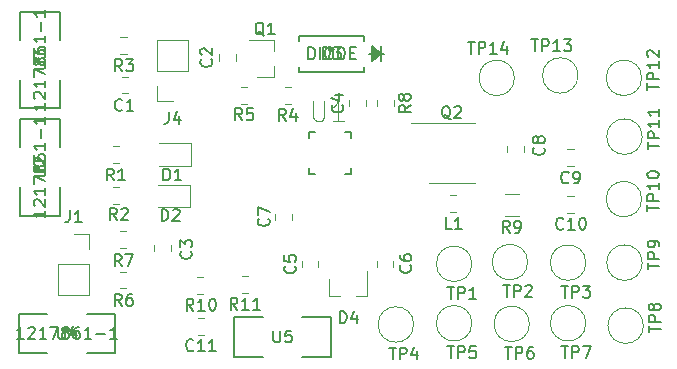
<source format=gbr>
G04 #@! TF.GenerationSoftware,KiCad,Pcbnew,(5.1.5-0)*
G04 #@! TF.CreationDate,2020-04-26T22:39:22-07:00*
G04 #@! TF.ProjectId,Solar-Battery-Charger,536f6c61-722d-4426-9174-746572792d43,rev?*
G04 #@! TF.SameCoordinates,Original*
G04 #@! TF.FileFunction,Legend,Top*
G04 #@! TF.FilePolarity,Positive*
%FSLAX46Y46*%
G04 Gerber Fmt 4.6, Leading zero omitted, Abs format (unit mm)*
G04 Created by KiCad (PCBNEW (5.1.5-0)) date 2020-04-26 22:39:22*
%MOMM*%
%LPD*%
G04 APERTURE LIST*
%ADD10C,0.152400*%
%ADD11C,0.120000*%
%ADD12C,0.150000*%
%ADD13C,0.015000*%
G04 APERTURE END LIST*
D10*
X178600100Y-104510840D02*
X178600100Y-106908600D01*
X181978300Y-101127560D02*
X181978300Y-98729800D01*
X178600100Y-106908600D02*
X181978300Y-106908600D01*
X178600100Y-98729800D02*
X178600100Y-101127560D01*
X181978300Y-98729800D02*
X178600100Y-98729800D01*
X181978300Y-106908600D02*
X181978300Y-104510840D01*
X178600100Y-95417640D02*
X178600100Y-97815400D01*
X181978300Y-92034360D02*
X181978300Y-89636600D01*
X178600100Y-97815400D02*
X181978300Y-97815400D01*
X178600100Y-89636600D02*
X178600100Y-92034360D01*
X181978300Y-89636600D02*
X178600100Y-89636600D01*
X181978300Y-97815400D02*
X181978300Y-95417640D01*
X199120760Y-115506500D02*
X196723000Y-115506500D01*
X202504040Y-118884700D02*
X204901800Y-118884700D01*
X196723000Y-115506500D02*
X196723000Y-118884700D01*
X204901800Y-115506500D02*
X202504040Y-115506500D01*
X204901800Y-118884700D02*
X204901800Y-115506500D01*
X196723000Y-118884700D02*
X199120760Y-118884700D01*
X180883560Y-115201700D02*
X178485800Y-115201700D01*
X184266840Y-118579900D02*
X186664600Y-118579900D01*
X178485800Y-115201700D02*
X178485800Y-118579900D01*
X186664600Y-115201700D02*
X184266840Y-115201700D01*
X186664600Y-118579900D02*
X186664600Y-115201700D01*
X178485800Y-118579900D02*
X180883560Y-118579900D01*
D11*
X204769600Y-113739200D02*
X204769600Y-112279200D01*
X207929600Y-113739200D02*
X207929600Y-111579200D01*
X207929600Y-113739200D02*
X206999600Y-113739200D01*
X204769600Y-113739200D02*
X205699600Y-113739200D01*
X187193422Y-95149600D02*
X187710578Y-95149600D01*
X187193422Y-96569600D02*
X187710578Y-96569600D01*
X195479600Y-93264222D02*
X195479600Y-93781378D01*
X196899600Y-93264222D02*
X196899600Y-93781378D01*
X189942400Y-109884978D02*
X189942400Y-109367822D01*
X191362400Y-109884978D02*
X191362400Y-109367822D01*
X206452400Y-97642178D02*
X206452400Y-97125022D01*
X207872400Y-97642178D02*
X207872400Y-97125022D01*
X203859200Y-111284278D02*
X203859200Y-110767122D01*
X202439200Y-111284278D02*
X202439200Y-110767122D01*
X208789200Y-111256578D02*
X208789200Y-110739422D01*
X210209200Y-111256578D02*
X210209200Y-110739422D01*
X200204000Y-107266478D02*
X200204000Y-106749322D01*
X201624000Y-107266478D02*
X201624000Y-106749322D01*
X221283600Y-101553778D02*
X221283600Y-101036622D01*
X219863600Y-101553778D02*
X219863600Y-101036622D01*
X224937822Y-101296400D02*
X225454978Y-101296400D01*
X224937822Y-102716400D02*
X225454978Y-102716400D01*
X224937822Y-106678800D02*
X225454978Y-106678800D01*
X224937822Y-105258800D02*
X225454978Y-105258800D01*
X194162178Y-115571200D02*
X193645022Y-115571200D01*
X194162178Y-116991200D02*
X193645022Y-116991200D01*
X190363600Y-102712400D02*
X193048600Y-102712400D01*
X193048600Y-102712400D02*
X193048600Y-100792400D01*
X193048600Y-100792400D02*
X190363600Y-100792400D01*
X192997800Y-104297600D02*
X190312800Y-104297600D01*
X192997800Y-106217600D02*
X192997800Y-104297600D01*
X190312800Y-106217600D02*
X192997800Y-106217600D01*
D10*
X208127600Y-93218000D02*
X209397600Y-93218000D01*
X209143600Y-93853000D02*
X209143600Y-92583000D01*
X209143600Y-93218000D02*
X208381600Y-93853000D01*
X209143600Y-93218000D02*
X208381600Y-93726000D01*
X209143600Y-93218000D02*
X208381600Y-93599000D01*
X209143600Y-93218000D02*
X208381600Y-93472000D01*
X209143600Y-93218000D02*
X208381600Y-93345000D01*
X209143600Y-93218000D02*
X208381600Y-92583000D01*
X209143600Y-93218000D02*
X208381600Y-92710000D01*
X209143600Y-93218000D02*
X208381600Y-92837000D01*
X209143600Y-93218000D02*
X208381600Y-92964000D01*
X209143600Y-93218000D02*
X208381600Y-93091000D01*
X208381600Y-93853000D02*
X208381600Y-92583000D01*
X207746600Y-91694000D02*
X202209400Y-91694000D01*
X202209400Y-91694000D02*
X202209400Y-92110560D01*
X202209400Y-94742000D02*
X207746600Y-94742000D01*
X207746600Y-94742000D02*
X207746600Y-94325440D01*
X207746600Y-92110560D02*
X207746600Y-91694000D01*
X202209400Y-94325440D02*
X202209400Y-94742000D01*
D11*
X183134000Y-108448800D02*
X184464000Y-108448800D01*
X184464000Y-108448800D02*
X184464000Y-109778800D01*
X184464000Y-111048800D02*
X184464000Y-113648800D01*
X181804000Y-113648800D02*
X184464000Y-113648800D01*
X181804000Y-111048800D02*
X181804000Y-113648800D01*
X181804000Y-111048800D02*
X184464000Y-111048800D01*
X192846000Y-94640400D02*
X190186000Y-94640400D01*
X192846000Y-94640400D02*
X192846000Y-92040400D01*
X192846000Y-92040400D02*
X190186000Y-92040400D01*
X190186000Y-94640400D02*
X190186000Y-92040400D01*
X190186000Y-97240400D02*
X190186000Y-95910400D01*
X191516000Y-97240400D02*
X190186000Y-97240400D01*
X214981022Y-105208000D02*
X215498178Y-105208000D01*
X214981022Y-106628000D02*
X215498178Y-106628000D01*
X200099200Y-95204400D02*
X200099200Y-94274400D01*
X200099200Y-92044400D02*
X200099200Y-92974400D01*
X200099200Y-92044400D02*
X197939200Y-92044400D01*
X200099200Y-95204400D02*
X198639200Y-95204400D01*
X215138000Y-104160000D02*
X217088000Y-104160000D01*
X215138000Y-104160000D02*
X213188000Y-104160000D01*
X215138000Y-99040000D02*
X217088000Y-99040000D01*
X215138000Y-99040000D02*
X211688000Y-99040000D01*
X186482222Y-102462400D02*
X186999378Y-102462400D01*
X186482222Y-101042400D02*
X186999378Y-101042400D01*
X186482222Y-104496800D02*
X186999378Y-104496800D01*
X186482222Y-105916800D02*
X186999378Y-105916800D01*
X187091822Y-93216800D02*
X187608978Y-93216800D01*
X187091822Y-91796800D02*
X187608978Y-91796800D01*
X201528178Y-97484000D02*
X201011022Y-97484000D01*
X201528178Y-96064000D02*
X201011022Y-96064000D01*
X197819778Y-97433200D02*
X197302622Y-97433200D01*
X197819778Y-96013200D02*
X197302622Y-96013200D01*
X187585878Y-111659600D02*
X187068722Y-111659600D01*
X187585878Y-113079600D02*
X187068722Y-113079600D01*
X187017922Y-108205200D02*
X187535078Y-108205200D01*
X187017922Y-109625200D02*
X187535078Y-109625200D01*
X208840000Y-97125022D02*
X208840000Y-97642178D01*
X210260000Y-97125022D02*
X210260000Y-97642178D01*
X219615936Y-105109600D02*
X220820064Y-105109600D01*
X219615936Y-106929600D02*
X220820064Y-106929600D01*
X194088278Y-112116800D02*
X193571122Y-112116800D01*
X194088278Y-113536800D02*
X193571122Y-113536800D01*
X197898278Y-113486000D02*
X197381122Y-113486000D01*
X197898278Y-112066000D02*
X197381122Y-112066000D01*
X216841200Y-110998000D02*
G75*
G03X216841200Y-110998000I-1500000J0D01*
G01*
X221565600Y-110845600D02*
G75*
G03X221565600Y-110845600I-1500000J0D01*
G01*
X226493200Y-110896400D02*
G75*
G03X226493200Y-110896400I-1500000J0D01*
G01*
X211913600Y-116128800D02*
G75*
G03X211913600Y-116128800I-1500000J0D01*
G01*
X216841200Y-116027200D02*
G75*
G03X216841200Y-116027200I-1500000J0D01*
G01*
X221718000Y-116078000D02*
G75*
G03X221718000Y-116078000I-1500000J0D01*
G01*
X226493200Y-116027200D02*
G75*
G03X226493200Y-116027200I-1500000J0D01*
G01*
X231370000Y-116230400D02*
G75*
G03X231370000Y-116230400I-1500000J0D01*
G01*
X231268400Y-110896400D02*
G75*
G03X231268400Y-110896400I-1500000J0D01*
G01*
X231217600Y-105511600D02*
G75*
G03X231217600Y-105511600I-1500000J0D01*
G01*
X231268400Y-100228400D02*
G75*
G03X231268400Y-100228400I-1500000J0D01*
G01*
X231217600Y-95250000D02*
G75*
G03X231217600Y-95250000I-1500000J0D01*
G01*
X225832800Y-95046800D02*
G75*
G03X225832800Y-95046800I-1500000J0D01*
G01*
X220448000Y-95250000D02*
G75*
G03X220448000Y-95250000I-1500000J0D01*
G01*
D10*
X206070200Y-103403400D02*
X206629000Y-103403400D01*
X203022200Y-102844600D02*
X203022200Y-103403400D01*
X206629000Y-100355400D02*
X206629000Y-99796600D01*
X203022200Y-99796600D02*
X203022200Y-100355400D01*
X203022200Y-103403400D02*
X203581000Y-103403400D01*
X206629000Y-103403400D02*
X206629000Y-102844600D01*
X206629000Y-99796600D02*
X206070200Y-99796600D01*
X203581000Y-99796600D02*
X203022200Y-99796600D01*
D12*
X179741580Y-103581104D02*
X180551104Y-103581104D01*
X180646342Y-103533485D01*
X180693961Y-103485866D01*
X180741580Y-103390628D01*
X180741580Y-103200152D01*
X180693961Y-103104914D01*
X180646342Y-103057295D01*
X180551104Y-103009676D01*
X179741580Y-103009676D01*
X179836819Y-102581104D02*
X179789200Y-102533485D01*
X179741580Y-102438247D01*
X179741580Y-102200152D01*
X179789200Y-102104914D01*
X179836819Y-102057295D01*
X179932057Y-102009676D01*
X180027295Y-102009676D01*
X180170152Y-102057295D01*
X180741580Y-102628723D01*
X180741580Y-102009676D01*
X180741580Y-106485866D02*
X180741580Y-107057295D01*
X180741580Y-106771580D02*
X179741580Y-106771580D01*
X179884438Y-106866819D01*
X179979676Y-106962057D01*
X180027295Y-107057295D01*
X179836819Y-106104914D02*
X179789200Y-106057295D01*
X179741580Y-105962057D01*
X179741580Y-105723961D01*
X179789200Y-105628723D01*
X179836819Y-105581104D01*
X179932057Y-105533485D01*
X180027295Y-105533485D01*
X180170152Y-105581104D01*
X180741580Y-106152533D01*
X180741580Y-105533485D01*
X180741580Y-104581104D02*
X180741580Y-105152533D01*
X180741580Y-104866819D02*
X179741580Y-104866819D01*
X179884438Y-104962057D01*
X179979676Y-105057295D01*
X180027295Y-105152533D01*
X179741580Y-104247771D02*
X179741580Y-103581104D01*
X180741580Y-104009676D01*
X180170152Y-103057295D02*
X180122533Y-103152533D01*
X180074914Y-103200152D01*
X179979676Y-103247771D01*
X179932057Y-103247771D01*
X179836819Y-103200152D01*
X179789200Y-103152533D01*
X179741580Y-103057295D01*
X179741580Y-102866819D01*
X179789200Y-102771580D01*
X179836819Y-102723961D01*
X179932057Y-102676342D01*
X179979676Y-102676342D01*
X180074914Y-102723961D01*
X180122533Y-102771580D01*
X180170152Y-102866819D01*
X180170152Y-103057295D01*
X180217771Y-103152533D01*
X180265390Y-103200152D01*
X180360628Y-103247771D01*
X180551104Y-103247771D01*
X180646342Y-103200152D01*
X180693961Y-103152533D01*
X180741580Y-103057295D01*
X180741580Y-102866819D01*
X180693961Y-102771580D01*
X180646342Y-102723961D01*
X180551104Y-102676342D01*
X180360628Y-102676342D01*
X180265390Y-102723961D01*
X180217771Y-102771580D01*
X180170152Y-102866819D01*
X179741580Y-101819200D02*
X179741580Y-102009676D01*
X179789200Y-102104914D01*
X179836819Y-102152533D01*
X179979676Y-102247771D01*
X180170152Y-102295390D01*
X180551104Y-102295390D01*
X180646342Y-102247771D01*
X180693961Y-102200152D01*
X180741580Y-102104914D01*
X180741580Y-101914438D01*
X180693961Y-101819200D01*
X180646342Y-101771580D01*
X180551104Y-101723961D01*
X180313009Y-101723961D01*
X180217771Y-101771580D01*
X180170152Y-101819200D01*
X180122533Y-101914438D01*
X180122533Y-102104914D01*
X180170152Y-102200152D01*
X180217771Y-102247771D01*
X180313009Y-102295390D01*
X180741580Y-100771580D02*
X180741580Y-101343009D01*
X180741580Y-101057295D02*
X179741580Y-101057295D01*
X179884438Y-101152533D01*
X179979676Y-101247771D01*
X180027295Y-101343009D01*
X180360628Y-100343009D02*
X180360628Y-99581104D01*
X180741580Y-98581104D02*
X180741580Y-99152533D01*
X180741580Y-98866819D02*
X179741580Y-98866819D01*
X179884438Y-98962057D01*
X179979676Y-99057295D01*
X180027295Y-99152533D01*
X179741580Y-102819200D02*
X179979676Y-102819200D01*
X179884438Y-103057295D02*
X179979676Y-102819200D01*
X179884438Y-102581104D01*
X180170152Y-102962057D02*
X179979676Y-102819200D01*
X180170152Y-102676342D01*
X179741580Y-94487904D02*
X180551104Y-94487904D01*
X180646342Y-94440285D01*
X180693961Y-94392666D01*
X180741580Y-94297428D01*
X180741580Y-94106952D01*
X180693961Y-94011714D01*
X180646342Y-93964095D01*
X180551104Y-93916476D01*
X179741580Y-93916476D01*
X179741580Y-93535523D02*
X179741580Y-92916476D01*
X180122533Y-93249809D01*
X180122533Y-93106952D01*
X180170152Y-93011714D01*
X180217771Y-92964095D01*
X180313009Y-92916476D01*
X180551104Y-92916476D01*
X180646342Y-92964095D01*
X180693961Y-93011714D01*
X180741580Y-93106952D01*
X180741580Y-93392666D01*
X180693961Y-93487904D01*
X180646342Y-93535523D01*
X180741580Y-97392666D02*
X180741580Y-97964095D01*
X180741580Y-97678380D02*
X179741580Y-97678380D01*
X179884438Y-97773619D01*
X179979676Y-97868857D01*
X180027295Y-97964095D01*
X179836819Y-97011714D02*
X179789200Y-96964095D01*
X179741580Y-96868857D01*
X179741580Y-96630761D01*
X179789200Y-96535523D01*
X179836819Y-96487904D01*
X179932057Y-96440285D01*
X180027295Y-96440285D01*
X180170152Y-96487904D01*
X180741580Y-97059333D01*
X180741580Y-96440285D01*
X180741580Y-95487904D02*
X180741580Y-96059333D01*
X180741580Y-95773619D02*
X179741580Y-95773619D01*
X179884438Y-95868857D01*
X179979676Y-95964095D01*
X180027295Y-96059333D01*
X179741580Y-95154571D02*
X179741580Y-94487904D01*
X180741580Y-94916476D01*
X180170152Y-93964095D02*
X180122533Y-94059333D01*
X180074914Y-94106952D01*
X179979676Y-94154571D01*
X179932057Y-94154571D01*
X179836819Y-94106952D01*
X179789200Y-94059333D01*
X179741580Y-93964095D01*
X179741580Y-93773619D01*
X179789200Y-93678380D01*
X179836819Y-93630761D01*
X179932057Y-93583142D01*
X179979676Y-93583142D01*
X180074914Y-93630761D01*
X180122533Y-93678380D01*
X180170152Y-93773619D01*
X180170152Y-93964095D01*
X180217771Y-94059333D01*
X180265390Y-94106952D01*
X180360628Y-94154571D01*
X180551104Y-94154571D01*
X180646342Y-94106952D01*
X180693961Y-94059333D01*
X180741580Y-93964095D01*
X180741580Y-93773619D01*
X180693961Y-93678380D01*
X180646342Y-93630761D01*
X180551104Y-93583142D01*
X180360628Y-93583142D01*
X180265390Y-93630761D01*
X180217771Y-93678380D01*
X180170152Y-93773619D01*
X179741580Y-92726000D02*
X179741580Y-92916476D01*
X179789200Y-93011714D01*
X179836819Y-93059333D01*
X179979676Y-93154571D01*
X180170152Y-93202190D01*
X180551104Y-93202190D01*
X180646342Y-93154571D01*
X180693961Y-93106952D01*
X180741580Y-93011714D01*
X180741580Y-92821238D01*
X180693961Y-92726000D01*
X180646342Y-92678380D01*
X180551104Y-92630761D01*
X180313009Y-92630761D01*
X180217771Y-92678380D01*
X180170152Y-92726000D01*
X180122533Y-92821238D01*
X180122533Y-93011714D01*
X180170152Y-93106952D01*
X180217771Y-93154571D01*
X180313009Y-93202190D01*
X180741580Y-91678380D02*
X180741580Y-92249809D01*
X180741580Y-91964095D02*
X179741580Y-91964095D01*
X179884438Y-92059333D01*
X179979676Y-92154571D01*
X180027295Y-92249809D01*
X180360628Y-91249809D02*
X180360628Y-90487904D01*
X180741580Y-89487904D02*
X180741580Y-90059333D01*
X180741580Y-89773619D02*
X179741580Y-89773619D01*
X179884438Y-89868857D01*
X179979676Y-89964095D01*
X180027295Y-90059333D01*
X179741580Y-93726000D02*
X179979676Y-93726000D01*
X179884438Y-93964095D02*
X179979676Y-93726000D01*
X179884438Y-93487904D01*
X180170152Y-93868857D02*
X179979676Y-93726000D01*
X180170152Y-93583142D01*
X200050495Y-116647980D02*
X200050495Y-117457504D01*
X200098114Y-117552742D01*
X200145733Y-117600361D01*
X200240971Y-117647980D01*
X200431447Y-117647980D01*
X200526685Y-117600361D01*
X200574304Y-117552742D01*
X200621923Y-117457504D01*
X200621923Y-116647980D01*
X201574304Y-116647980D02*
X201098114Y-116647980D01*
X201050495Y-117124171D01*
X201098114Y-117076552D01*
X201193352Y-117028933D01*
X201431447Y-117028933D01*
X201526685Y-117076552D01*
X201574304Y-117124171D01*
X201621923Y-117219409D01*
X201621923Y-117457504D01*
X201574304Y-117552742D01*
X201526685Y-117600361D01*
X201431447Y-117647980D01*
X201193352Y-117647980D01*
X201098114Y-117600361D01*
X201050495Y-117552742D01*
X181813295Y-116343180D02*
X181813295Y-117152704D01*
X181860914Y-117247942D01*
X181908533Y-117295561D01*
X182003771Y-117343180D01*
X182194247Y-117343180D01*
X182289485Y-117295561D01*
X182337104Y-117247942D01*
X182384723Y-117152704D01*
X182384723Y-116343180D01*
X183289485Y-116676514D02*
X183289485Y-117343180D01*
X183051390Y-116295561D02*
X182813295Y-117009847D01*
X183432342Y-117009847D01*
X178908533Y-117343180D02*
X178337104Y-117343180D01*
X178622819Y-117343180D02*
X178622819Y-116343180D01*
X178527580Y-116486038D01*
X178432342Y-116581276D01*
X178337104Y-116628895D01*
X179289485Y-116438419D02*
X179337104Y-116390800D01*
X179432342Y-116343180D01*
X179670438Y-116343180D01*
X179765676Y-116390800D01*
X179813295Y-116438419D01*
X179860914Y-116533657D01*
X179860914Y-116628895D01*
X179813295Y-116771752D01*
X179241866Y-117343180D01*
X179860914Y-117343180D01*
X180813295Y-117343180D02*
X180241866Y-117343180D01*
X180527580Y-117343180D02*
X180527580Y-116343180D01*
X180432342Y-116486038D01*
X180337104Y-116581276D01*
X180241866Y-116628895D01*
X181146628Y-116343180D02*
X181813295Y-116343180D01*
X181384723Y-117343180D01*
X182337104Y-116771752D02*
X182241866Y-116724133D01*
X182194247Y-116676514D01*
X182146628Y-116581276D01*
X182146628Y-116533657D01*
X182194247Y-116438419D01*
X182241866Y-116390800D01*
X182337104Y-116343180D01*
X182527580Y-116343180D01*
X182622819Y-116390800D01*
X182670438Y-116438419D01*
X182718057Y-116533657D01*
X182718057Y-116581276D01*
X182670438Y-116676514D01*
X182622819Y-116724133D01*
X182527580Y-116771752D01*
X182337104Y-116771752D01*
X182241866Y-116819371D01*
X182194247Y-116866990D01*
X182146628Y-116962228D01*
X182146628Y-117152704D01*
X182194247Y-117247942D01*
X182241866Y-117295561D01*
X182337104Y-117343180D01*
X182527580Y-117343180D01*
X182622819Y-117295561D01*
X182670438Y-117247942D01*
X182718057Y-117152704D01*
X182718057Y-116962228D01*
X182670438Y-116866990D01*
X182622819Y-116819371D01*
X182527580Y-116771752D01*
X183575200Y-116343180D02*
X183384723Y-116343180D01*
X183289485Y-116390800D01*
X183241866Y-116438419D01*
X183146628Y-116581276D01*
X183099009Y-116771752D01*
X183099009Y-117152704D01*
X183146628Y-117247942D01*
X183194247Y-117295561D01*
X183289485Y-117343180D01*
X183479961Y-117343180D01*
X183575200Y-117295561D01*
X183622819Y-117247942D01*
X183670438Y-117152704D01*
X183670438Y-116914609D01*
X183622819Y-116819371D01*
X183575200Y-116771752D01*
X183479961Y-116724133D01*
X183289485Y-116724133D01*
X183194247Y-116771752D01*
X183146628Y-116819371D01*
X183099009Y-116914609D01*
X184622819Y-117343180D02*
X184051390Y-117343180D01*
X184337104Y-117343180D02*
X184337104Y-116343180D01*
X184241866Y-116486038D01*
X184146628Y-116581276D01*
X184051390Y-116628895D01*
X185051390Y-116962228D02*
X185813295Y-116962228D01*
X186813295Y-117343180D02*
X186241866Y-117343180D01*
X186527580Y-117343180D02*
X186527580Y-116343180D01*
X186432342Y-116486038D01*
X186337104Y-116581276D01*
X186241866Y-116628895D01*
X182575200Y-116343180D02*
X182575200Y-116581276D01*
X182337104Y-116486038D02*
X182575200Y-116581276D01*
X182813295Y-116486038D01*
X182432342Y-116771752D02*
X182575200Y-116581276D01*
X182718057Y-116771752D01*
X205662304Y-116022380D02*
X205662304Y-115022380D01*
X205900400Y-115022380D01*
X206043257Y-115070000D01*
X206138495Y-115165238D01*
X206186114Y-115260476D01*
X206233733Y-115450952D01*
X206233733Y-115593809D01*
X206186114Y-115784285D01*
X206138495Y-115879523D01*
X206043257Y-115974761D01*
X205900400Y-116022380D01*
X205662304Y-116022380D01*
X207090876Y-115355714D02*
X207090876Y-116022380D01*
X206852780Y-114974761D02*
X206614685Y-115689047D01*
X207233733Y-115689047D01*
X187234533Y-97943942D02*
X187186914Y-97991561D01*
X187044057Y-98039180D01*
X186948819Y-98039180D01*
X186805961Y-97991561D01*
X186710723Y-97896323D01*
X186663104Y-97801085D01*
X186615485Y-97610609D01*
X186615485Y-97467752D01*
X186663104Y-97277276D01*
X186710723Y-97182038D01*
X186805961Y-97086800D01*
X186948819Y-97039180D01*
X187044057Y-97039180D01*
X187186914Y-97086800D01*
X187234533Y-97134419D01*
X188186914Y-98039180D02*
X187615485Y-98039180D01*
X187901200Y-98039180D02*
X187901200Y-97039180D01*
X187805961Y-97182038D01*
X187710723Y-97277276D01*
X187615485Y-97324895D01*
X194768742Y-93689466D02*
X194816361Y-93737085D01*
X194863980Y-93879942D01*
X194863980Y-93975180D01*
X194816361Y-94118038D01*
X194721123Y-94213276D01*
X194625885Y-94260895D01*
X194435409Y-94308514D01*
X194292552Y-94308514D01*
X194102076Y-94260895D01*
X194006838Y-94213276D01*
X193911600Y-94118038D01*
X193863980Y-93975180D01*
X193863980Y-93879942D01*
X193911600Y-93737085D01*
X193959219Y-93689466D01*
X193959219Y-93308514D02*
X193911600Y-93260895D01*
X193863980Y-93165657D01*
X193863980Y-92927561D01*
X193911600Y-92832323D01*
X193959219Y-92784704D01*
X194054457Y-92737085D01*
X194149695Y-92737085D01*
X194292552Y-92784704D01*
X194863980Y-93356133D01*
X194863980Y-92737085D01*
X193041542Y-109945466D02*
X193089161Y-109993085D01*
X193136780Y-110135942D01*
X193136780Y-110231180D01*
X193089161Y-110374038D01*
X192993923Y-110469276D01*
X192898685Y-110516895D01*
X192708209Y-110564514D01*
X192565352Y-110564514D01*
X192374876Y-110516895D01*
X192279638Y-110469276D01*
X192184400Y-110374038D01*
X192136780Y-110231180D01*
X192136780Y-110135942D01*
X192184400Y-109993085D01*
X192232019Y-109945466D01*
X192136780Y-109612133D02*
X192136780Y-108993085D01*
X192517733Y-109326419D01*
X192517733Y-109183561D01*
X192565352Y-109088323D01*
X192612971Y-109040704D01*
X192708209Y-108993085D01*
X192946304Y-108993085D01*
X193041542Y-109040704D01*
X193089161Y-109088323D01*
X193136780Y-109183561D01*
X193136780Y-109469276D01*
X193089161Y-109564514D01*
X193041542Y-109612133D01*
X205869542Y-97550266D02*
X205917161Y-97597885D01*
X205964780Y-97740742D01*
X205964780Y-97835980D01*
X205917161Y-97978838D01*
X205821923Y-98074076D01*
X205726685Y-98121695D01*
X205536209Y-98169314D01*
X205393352Y-98169314D01*
X205202876Y-98121695D01*
X205107638Y-98074076D01*
X205012400Y-97978838D01*
X204964780Y-97835980D01*
X204964780Y-97740742D01*
X205012400Y-97597885D01*
X205060019Y-97550266D01*
X205298114Y-96693123D02*
X205964780Y-96693123D01*
X204917161Y-96931219D02*
X205631447Y-97169314D01*
X205631447Y-96550266D01*
X201856342Y-111192366D02*
X201903961Y-111239985D01*
X201951580Y-111382842D01*
X201951580Y-111478080D01*
X201903961Y-111620938D01*
X201808723Y-111716176D01*
X201713485Y-111763795D01*
X201523009Y-111811414D01*
X201380152Y-111811414D01*
X201189676Y-111763795D01*
X201094438Y-111716176D01*
X200999200Y-111620938D01*
X200951580Y-111478080D01*
X200951580Y-111382842D01*
X200999200Y-111239985D01*
X201046819Y-111192366D01*
X200951580Y-110287604D02*
X200951580Y-110763795D01*
X201427771Y-110811414D01*
X201380152Y-110763795D01*
X201332533Y-110668557D01*
X201332533Y-110430461D01*
X201380152Y-110335223D01*
X201427771Y-110287604D01*
X201523009Y-110239985D01*
X201761104Y-110239985D01*
X201856342Y-110287604D01*
X201903961Y-110335223D01*
X201951580Y-110430461D01*
X201951580Y-110668557D01*
X201903961Y-110763795D01*
X201856342Y-110811414D01*
X211634342Y-111113866D02*
X211681961Y-111161485D01*
X211729580Y-111304342D01*
X211729580Y-111399580D01*
X211681961Y-111542438D01*
X211586723Y-111637676D01*
X211491485Y-111685295D01*
X211301009Y-111732914D01*
X211158152Y-111732914D01*
X210967676Y-111685295D01*
X210872438Y-111637676D01*
X210777200Y-111542438D01*
X210729580Y-111399580D01*
X210729580Y-111304342D01*
X210777200Y-111161485D01*
X210824819Y-111113866D01*
X210729580Y-110256723D02*
X210729580Y-110447200D01*
X210777200Y-110542438D01*
X210824819Y-110590057D01*
X210967676Y-110685295D01*
X211158152Y-110732914D01*
X211539104Y-110732914D01*
X211634342Y-110685295D01*
X211681961Y-110637676D01*
X211729580Y-110542438D01*
X211729580Y-110351961D01*
X211681961Y-110256723D01*
X211634342Y-110209104D01*
X211539104Y-110161485D01*
X211301009Y-110161485D01*
X211205771Y-110209104D01*
X211158152Y-110256723D01*
X211110533Y-110351961D01*
X211110533Y-110542438D01*
X211158152Y-110637676D01*
X211205771Y-110685295D01*
X211301009Y-110732914D01*
X199621142Y-107174566D02*
X199668761Y-107222185D01*
X199716380Y-107365042D01*
X199716380Y-107460280D01*
X199668761Y-107603138D01*
X199573523Y-107698376D01*
X199478285Y-107745995D01*
X199287809Y-107793614D01*
X199144952Y-107793614D01*
X198954476Y-107745995D01*
X198859238Y-107698376D01*
X198764000Y-107603138D01*
X198716380Y-107460280D01*
X198716380Y-107365042D01*
X198764000Y-107222185D01*
X198811619Y-107174566D01*
X198716380Y-106841233D02*
X198716380Y-106174566D01*
X199716380Y-106603138D01*
X222911942Y-101157066D02*
X222959561Y-101204685D01*
X223007180Y-101347542D01*
X223007180Y-101442780D01*
X222959561Y-101585638D01*
X222864323Y-101680876D01*
X222769085Y-101728495D01*
X222578609Y-101776114D01*
X222435752Y-101776114D01*
X222245276Y-101728495D01*
X222150038Y-101680876D01*
X222054800Y-101585638D01*
X222007180Y-101442780D01*
X222007180Y-101347542D01*
X222054800Y-101204685D01*
X222102419Y-101157066D01*
X222435752Y-100585638D02*
X222388133Y-100680876D01*
X222340514Y-100728495D01*
X222245276Y-100776114D01*
X222197657Y-100776114D01*
X222102419Y-100728495D01*
X222054800Y-100680876D01*
X222007180Y-100585638D01*
X222007180Y-100395161D01*
X222054800Y-100299923D01*
X222102419Y-100252304D01*
X222197657Y-100204685D01*
X222245276Y-100204685D01*
X222340514Y-100252304D01*
X222388133Y-100299923D01*
X222435752Y-100395161D01*
X222435752Y-100585638D01*
X222483371Y-100680876D01*
X222530990Y-100728495D01*
X222626228Y-100776114D01*
X222816704Y-100776114D01*
X222911942Y-100728495D01*
X222959561Y-100680876D01*
X223007180Y-100585638D01*
X223007180Y-100395161D01*
X222959561Y-100299923D01*
X222911942Y-100252304D01*
X222816704Y-100204685D01*
X222626228Y-100204685D01*
X222530990Y-100252304D01*
X222483371Y-100299923D01*
X222435752Y-100395161D01*
X225029733Y-104090742D02*
X224982114Y-104138361D01*
X224839257Y-104185980D01*
X224744019Y-104185980D01*
X224601161Y-104138361D01*
X224505923Y-104043123D01*
X224458304Y-103947885D01*
X224410685Y-103757409D01*
X224410685Y-103614552D01*
X224458304Y-103424076D01*
X224505923Y-103328838D01*
X224601161Y-103233600D01*
X224744019Y-103185980D01*
X224839257Y-103185980D01*
X224982114Y-103233600D01*
X225029733Y-103281219D01*
X225505923Y-104185980D02*
X225696400Y-104185980D01*
X225791638Y-104138361D01*
X225839257Y-104090742D01*
X225934495Y-103947885D01*
X225982114Y-103757409D01*
X225982114Y-103376457D01*
X225934495Y-103281219D01*
X225886876Y-103233600D01*
X225791638Y-103185980D01*
X225601161Y-103185980D01*
X225505923Y-103233600D01*
X225458304Y-103281219D01*
X225410685Y-103376457D01*
X225410685Y-103614552D01*
X225458304Y-103709790D01*
X225505923Y-103757409D01*
X225601161Y-103805028D01*
X225791638Y-103805028D01*
X225886876Y-103757409D01*
X225934495Y-103709790D01*
X225982114Y-103614552D01*
X224604342Y-108002342D02*
X224556723Y-108049961D01*
X224413866Y-108097580D01*
X224318628Y-108097580D01*
X224175771Y-108049961D01*
X224080533Y-107954723D01*
X224032914Y-107859485D01*
X223985295Y-107669009D01*
X223985295Y-107526152D01*
X224032914Y-107335676D01*
X224080533Y-107240438D01*
X224175771Y-107145200D01*
X224318628Y-107097580D01*
X224413866Y-107097580D01*
X224556723Y-107145200D01*
X224604342Y-107192819D01*
X225556723Y-108097580D02*
X224985295Y-108097580D01*
X225271009Y-108097580D02*
X225271009Y-107097580D01*
X225175771Y-107240438D01*
X225080533Y-107335676D01*
X224985295Y-107383295D01*
X226175771Y-107097580D02*
X226271009Y-107097580D01*
X226366247Y-107145200D01*
X226413866Y-107192819D01*
X226461485Y-107288057D01*
X226509104Y-107478533D01*
X226509104Y-107716628D01*
X226461485Y-107907104D01*
X226413866Y-108002342D01*
X226366247Y-108049961D01*
X226271009Y-108097580D01*
X226175771Y-108097580D01*
X226080533Y-108049961D01*
X226032914Y-108002342D01*
X225985295Y-107907104D01*
X225937676Y-107716628D01*
X225937676Y-107478533D01*
X225985295Y-107288057D01*
X226032914Y-107192819D01*
X226080533Y-107145200D01*
X226175771Y-107097580D01*
X193260742Y-118288342D02*
X193213123Y-118335961D01*
X193070266Y-118383580D01*
X192975028Y-118383580D01*
X192832171Y-118335961D01*
X192736933Y-118240723D01*
X192689314Y-118145485D01*
X192641695Y-117955009D01*
X192641695Y-117812152D01*
X192689314Y-117621676D01*
X192736933Y-117526438D01*
X192832171Y-117431200D01*
X192975028Y-117383580D01*
X193070266Y-117383580D01*
X193213123Y-117431200D01*
X193260742Y-117478819D01*
X194213123Y-118383580D02*
X193641695Y-118383580D01*
X193927409Y-118383580D02*
X193927409Y-117383580D01*
X193832171Y-117526438D01*
X193736933Y-117621676D01*
X193641695Y-117669295D01*
X195165504Y-118383580D02*
X194594076Y-118383580D01*
X194879790Y-118383580D02*
X194879790Y-117383580D01*
X194784552Y-117526438D01*
X194689314Y-117621676D01*
X194594076Y-117669295D01*
X190727104Y-103931980D02*
X190727104Y-102931980D01*
X190965200Y-102931980D01*
X191108057Y-102979600D01*
X191203295Y-103074838D01*
X191250914Y-103170076D01*
X191298533Y-103360552D01*
X191298533Y-103503409D01*
X191250914Y-103693885D01*
X191203295Y-103789123D01*
X191108057Y-103884361D01*
X190965200Y-103931980D01*
X190727104Y-103931980D01*
X192250914Y-103931980D02*
X191679485Y-103931980D01*
X191965200Y-103931980D02*
X191965200Y-102931980D01*
X191869961Y-103074838D01*
X191774723Y-103170076D01*
X191679485Y-103217695D01*
X190574704Y-107359980D02*
X190574704Y-106359980D01*
X190812800Y-106359980D01*
X190955657Y-106407600D01*
X191050895Y-106502838D01*
X191098514Y-106598076D01*
X191146133Y-106788552D01*
X191146133Y-106931409D01*
X191098514Y-107121885D01*
X191050895Y-107217123D01*
X190955657Y-107312361D01*
X190812800Y-107359980D01*
X190574704Y-107359980D01*
X191527085Y-106455219D02*
X191574704Y-106407600D01*
X191669942Y-106359980D01*
X191908038Y-106359980D01*
X192003276Y-106407600D01*
X192050895Y-106455219D01*
X192098514Y-106550457D01*
X192098514Y-106645695D01*
X192050895Y-106788552D01*
X191479466Y-107359980D01*
X192098514Y-107359980D01*
X204239904Y-93670380D02*
X204239904Y-92670380D01*
X204478000Y-92670380D01*
X204620857Y-92718000D01*
X204716095Y-92813238D01*
X204763714Y-92908476D01*
X204811333Y-93098952D01*
X204811333Y-93241809D01*
X204763714Y-93432285D01*
X204716095Y-93527523D01*
X204620857Y-93622761D01*
X204478000Y-93670380D01*
X204239904Y-93670380D01*
X205144666Y-92670380D02*
X205763714Y-92670380D01*
X205430380Y-93051333D01*
X205573238Y-93051333D01*
X205668476Y-93098952D01*
X205716095Y-93146571D01*
X205763714Y-93241809D01*
X205763714Y-93479904D01*
X205716095Y-93575142D01*
X205668476Y-93622761D01*
X205573238Y-93670380D01*
X205287523Y-93670380D01*
X205192285Y-93622761D01*
X205144666Y-93575142D01*
X203001809Y-93670380D02*
X203001809Y-92670380D01*
X203239904Y-92670380D01*
X203382761Y-92718000D01*
X203478000Y-92813238D01*
X203525619Y-92908476D01*
X203573238Y-93098952D01*
X203573238Y-93241809D01*
X203525619Y-93432285D01*
X203478000Y-93527523D01*
X203382761Y-93622761D01*
X203239904Y-93670380D01*
X203001809Y-93670380D01*
X204001809Y-93670380D02*
X204001809Y-92670380D01*
X204668476Y-92670380D02*
X204858952Y-92670380D01*
X204954190Y-92718000D01*
X205049428Y-92813238D01*
X205097047Y-93003714D01*
X205097047Y-93337047D01*
X205049428Y-93527523D01*
X204954190Y-93622761D01*
X204858952Y-93670380D01*
X204668476Y-93670380D01*
X204573238Y-93622761D01*
X204478000Y-93527523D01*
X204430380Y-93337047D01*
X204430380Y-93003714D01*
X204478000Y-92813238D01*
X204573238Y-92718000D01*
X204668476Y-92670380D01*
X205525619Y-93670380D02*
X205525619Y-92670380D01*
X205763714Y-92670380D01*
X205906571Y-92718000D01*
X206001809Y-92813238D01*
X206049428Y-92908476D01*
X206097047Y-93098952D01*
X206097047Y-93241809D01*
X206049428Y-93432285D01*
X206001809Y-93527523D01*
X205906571Y-93622761D01*
X205763714Y-93670380D01*
X205525619Y-93670380D01*
X206525619Y-93146571D02*
X206858952Y-93146571D01*
X207001809Y-93670380D02*
X206525619Y-93670380D01*
X206525619Y-92670380D01*
X207001809Y-92670380D01*
X204978000Y-92670380D02*
X204978000Y-92908476D01*
X204739904Y-92813238D02*
X204978000Y-92908476D01*
X205216095Y-92813238D01*
X204835142Y-93098952D02*
X204978000Y-92908476D01*
X205120857Y-93098952D01*
X182800666Y-106461180D02*
X182800666Y-107175466D01*
X182753047Y-107318323D01*
X182657809Y-107413561D01*
X182514952Y-107461180D01*
X182419714Y-107461180D01*
X183800666Y-107461180D02*
X183229238Y-107461180D01*
X183514952Y-107461180D02*
X183514952Y-106461180D01*
X183419714Y-106604038D01*
X183324476Y-106699276D01*
X183229238Y-106746895D01*
X191182666Y-98132780D02*
X191182666Y-98847066D01*
X191135047Y-98989923D01*
X191039809Y-99085161D01*
X190896952Y-99132780D01*
X190801714Y-99132780D01*
X192087428Y-98466114D02*
X192087428Y-99132780D01*
X191849333Y-98085161D02*
X191611238Y-98799447D01*
X192230285Y-98799447D01*
X215123733Y-108046780D02*
X214647542Y-108046780D01*
X214647542Y-107046780D01*
X215980876Y-108046780D02*
X215409447Y-108046780D01*
X215695161Y-108046780D02*
X215695161Y-107046780D01*
X215599923Y-107189638D01*
X215504685Y-107284876D01*
X215409447Y-107332495D01*
X199243961Y-91672019D02*
X199148723Y-91624400D01*
X199053485Y-91529161D01*
X198910628Y-91386304D01*
X198815390Y-91338685D01*
X198720152Y-91338685D01*
X198767771Y-91576780D02*
X198672533Y-91529161D01*
X198577295Y-91433923D01*
X198529676Y-91243447D01*
X198529676Y-90910114D01*
X198577295Y-90719638D01*
X198672533Y-90624400D01*
X198767771Y-90576780D01*
X198958247Y-90576780D01*
X199053485Y-90624400D01*
X199148723Y-90719638D01*
X199196342Y-90910114D01*
X199196342Y-91243447D01*
X199148723Y-91433923D01*
X199053485Y-91529161D01*
X198958247Y-91576780D01*
X198767771Y-91576780D01*
X200148723Y-91576780D02*
X199577295Y-91576780D01*
X199863009Y-91576780D02*
X199863009Y-90576780D01*
X199767771Y-90719638D01*
X199672533Y-90814876D01*
X199577295Y-90862495D01*
X215042761Y-98747619D02*
X214947523Y-98700000D01*
X214852285Y-98604761D01*
X214709428Y-98461904D01*
X214614190Y-98414285D01*
X214518952Y-98414285D01*
X214566571Y-98652380D02*
X214471333Y-98604761D01*
X214376095Y-98509523D01*
X214328476Y-98319047D01*
X214328476Y-97985714D01*
X214376095Y-97795238D01*
X214471333Y-97700000D01*
X214566571Y-97652380D01*
X214757047Y-97652380D01*
X214852285Y-97700000D01*
X214947523Y-97795238D01*
X214995142Y-97985714D01*
X214995142Y-98319047D01*
X214947523Y-98509523D01*
X214852285Y-98604761D01*
X214757047Y-98652380D01*
X214566571Y-98652380D01*
X215376095Y-97747619D02*
X215423714Y-97700000D01*
X215518952Y-97652380D01*
X215757047Y-97652380D01*
X215852285Y-97700000D01*
X215899904Y-97747619D01*
X215947523Y-97842857D01*
X215947523Y-97938095D01*
X215899904Y-98080952D01*
X215328476Y-98652380D01*
X215947523Y-98652380D01*
X186523333Y-103931980D02*
X186190000Y-103455790D01*
X185951904Y-103931980D02*
X185951904Y-102931980D01*
X186332857Y-102931980D01*
X186428095Y-102979600D01*
X186475714Y-103027219D01*
X186523333Y-103122457D01*
X186523333Y-103265314D01*
X186475714Y-103360552D01*
X186428095Y-103408171D01*
X186332857Y-103455790D01*
X185951904Y-103455790D01*
X187475714Y-103931980D02*
X186904285Y-103931980D01*
X187190000Y-103931980D02*
X187190000Y-102931980D01*
X187094761Y-103074838D01*
X186999523Y-103170076D01*
X186904285Y-103217695D01*
X186777333Y-107284780D02*
X186444000Y-106808590D01*
X186205904Y-107284780D02*
X186205904Y-106284780D01*
X186586857Y-106284780D01*
X186682095Y-106332400D01*
X186729714Y-106380019D01*
X186777333Y-106475257D01*
X186777333Y-106618114D01*
X186729714Y-106713352D01*
X186682095Y-106760971D01*
X186586857Y-106808590D01*
X186205904Y-106808590D01*
X187158285Y-106380019D02*
X187205904Y-106332400D01*
X187301142Y-106284780D01*
X187539238Y-106284780D01*
X187634476Y-106332400D01*
X187682095Y-106380019D01*
X187729714Y-106475257D01*
X187729714Y-106570495D01*
X187682095Y-106713352D01*
X187110666Y-107284780D01*
X187729714Y-107284780D01*
X187234533Y-94686380D02*
X186901200Y-94210190D01*
X186663104Y-94686380D02*
X186663104Y-93686380D01*
X187044057Y-93686380D01*
X187139295Y-93734000D01*
X187186914Y-93781619D01*
X187234533Y-93876857D01*
X187234533Y-94019714D01*
X187186914Y-94114952D01*
X187139295Y-94162571D01*
X187044057Y-94210190D01*
X186663104Y-94210190D01*
X187567866Y-93686380D02*
X188186914Y-93686380D01*
X187853580Y-94067333D01*
X187996438Y-94067333D01*
X188091676Y-94114952D01*
X188139295Y-94162571D01*
X188186914Y-94257809D01*
X188186914Y-94495904D01*
X188139295Y-94591142D01*
X188091676Y-94638761D01*
X187996438Y-94686380D01*
X187710723Y-94686380D01*
X187615485Y-94638761D01*
X187567866Y-94591142D01*
X201102933Y-98876380D02*
X200769600Y-98400190D01*
X200531504Y-98876380D02*
X200531504Y-97876380D01*
X200912457Y-97876380D01*
X201007695Y-97924000D01*
X201055314Y-97971619D01*
X201102933Y-98066857D01*
X201102933Y-98209714D01*
X201055314Y-98304952D01*
X201007695Y-98352571D01*
X200912457Y-98400190D01*
X200531504Y-98400190D01*
X201960076Y-98209714D02*
X201960076Y-98876380D01*
X201721980Y-97828761D02*
X201483885Y-98543047D01*
X202102933Y-98543047D01*
X197394533Y-98825580D02*
X197061200Y-98349390D01*
X196823104Y-98825580D02*
X196823104Y-97825580D01*
X197204057Y-97825580D01*
X197299295Y-97873200D01*
X197346914Y-97920819D01*
X197394533Y-98016057D01*
X197394533Y-98158914D01*
X197346914Y-98254152D01*
X197299295Y-98301771D01*
X197204057Y-98349390D01*
X196823104Y-98349390D01*
X198299295Y-97825580D02*
X197823104Y-97825580D01*
X197775485Y-98301771D01*
X197823104Y-98254152D01*
X197918342Y-98206533D01*
X198156438Y-98206533D01*
X198251676Y-98254152D01*
X198299295Y-98301771D01*
X198346914Y-98397009D01*
X198346914Y-98635104D01*
X198299295Y-98730342D01*
X198251676Y-98777961D01*
X198156438Y-98825580D01*
X197918342Y-98825580D01*
X197823104Y-98777961D01*
X197775485Y-98730342D01*
X187183733Y-114549180D02*
X186850400Y-114072990D01*
X186612304Y-114549180D02*
X186612304Y-113549180D01*
X186993257Y-113549180D01*
X187088495Y-113596800D01*
X187136114Y-113644419D01*
X187183733Y-113739657D01*
X187183733Y-113882514D01*
X187136114Y-113977752D01*
X187088495Y-114025371D01*
X186993257Y-114072990D01*
X186612304Y-114072990D01*
X188040876Y-113549180D02*
X187850400Y-113549180D01*
X187755161Y-113596800D01*
X187707542Y-113644419D01*
X187612304Y-113787276D01*
X187564685Y-113977752D01*
X187564685Y-114358704D01*
X187612304Y-114453942D01*
X187659923Y-114501561D01*
X187755161Y-114549180D01*
X187945638Y-114549180D01*
X188040876Y-114501561D01*
X188088495Y-114453942D01*
X188136114Y-114358704D01*
X188136114Y-114120609D01*
X188088495Y-114025371D01*
X188040876Y-113977752D01*
X187945638Y-113930133D01*
X187755161Y-113930133D01*
X187659923Y-113977752D01*
X187612304Y-114025371D01*
X187564685Y-114120609D01*
X187183733Y-111196380D02*
X186850400Y-110720190D01*
X186612304Y-111196380D02*
X186612304Y-110196380D01*
X186993257Y-110196380D01*
X187088495Y-110244000D01*
X187136114Y-110291619D01*
X187183733Y-110386857D01*
X187183733Y-110529714D01*
X187136114Y-110624952D01*
X187088495Y-110672571D01*
X186993257Y-110720190D01*
X186612304Y-110720190D01*
X187517066Y-110196380D02*
X188183733Y-110196380D01*
X187755161Y-111196380D01*
X211652380Y-97550266D02*
X211176190Y-97883600D01*
X211652380Y-98121695D02*
X210652380Y-98121695D01*
X210652380Y-97740742D01*
X210700000Y-97645504D01*
X210747619Y-97597885D01*
X210842857Y-97550266D01*
X210985714Y-97550266D01*
X211080952Y-97597885D01*
X211128571Y-97645504D01*
X211176190Y-97740742D01*
X211176190Y-98121695D01*
X211080952Y-96978838D02*
X211033333Y-97074076D01*
X210985714Y-97121695D01*
X210890476Y-97169314D01*
X210842857Y-97169314D01*
X210747619Y-97121695D01*
X210700000Y-97074076D01*
X210652380Y-96978838D01*
X210652380Y-96788361D01*
X210700000Y-96693123D01*
X210747619Y-96645504D01*
X210842857Y-96597885D01*
X210890476Y-96597885D01*
X210985714Y-96645504D01*
X211033333Y-96693123D01*
X211080952Y-96788361D01*
X211080952Y-96978838D01*
X211128571Y-97074076D01*
X211176190Y-97121695D01*
X211271428Y-97169314D01*
X211461904Y-97169314D01*
X211557142Y-97121695D01*
X211604761Y-97074076D01*
X211652380Y-96978838D01*
X211652380Y-96788361D01*
X211604761Y-96693123D01*
X211557142Y-96645504D01*
X211461904Y-96597885D01*
X211271428Y-96597885D01*
X211176190Y-96645504D01*
X211128571Y-96693123D01*
X211080952Y-96788361D01*
X220051333Y-108351580D02*
X219718000Y-107875390D01*
X219479904Y-108351580D02*
X219479904Y-107351580D01*
X219860857Y-107351580D01*
X219956095Y-107399200D01*
X220003714Y-107446819D01*
X220051333Y-107542057D01*
X220051333Y-107684914D01*
X220003714Y-107780152D01*
X219956095Y-107827771D01*
X219860857Y-107875390D01*
X219479904Y-107875390D01*
X220527523Y-108351580D02*
X220718000Y-108351580D01*
X220813238Y-108303961D01*
X220860857Y-108256342D01*
X220956095Y-108113485D01*
X221003714Y-107923009D01*
X221003714Y-107542057D01*
X220956095Y-107446819D01*
X220908476Y-107399200D01*
X220813238Y-107351580D01*
X220622761Y-107351580D01*
X220527523Y-107399200D01*
X220479904Y-107446819D01*
X220432285Y-107542057D01*
X220432285Y-107780152D01*
X220479904Y-107875390D01*
X220527523Y-107923009D01*
X220622761Y-107970628D01*
X220813238Y-107970628D01*
X220908476Y-107923009D01*
X220956095Y-107875390D01*
X221003714Y-107780152D01*
X193260742Y-114955580D02*
X192927409Y-114479390D01*
X192689314Y-114955580D02*
X192689314Y-113955580D01*
X193070266Y-113955580D01*
X193165504Y-114003200D01*
X193213123Y-114050819D01*
X193260742Y-114146057D01*
X193260742Y-114288914D01*
X193213123Y-114384152D01*
X193165504Y-114431771D01*
X193070266Y-114479390D01*
X192689314Y-114479390D01*
X194213123Y-114955580D02*
X193641695Y-114955580D01*
X193927409Y-114955580D02*
X193927409Y-113955580D01*
X193832171Y-114098438D01*
X193736933Y-114193676D01*
X193641695Y-114241295D01*
X194832171Y-113955580D02*
X194927409Y-113955580D01*
X195022647Y-114003200D01*
X195070266Y-114050819D01*
X195117885Y-114146057D01*
X195165504Y-114336533D01*
X195165504Y-114574628D01*
X195117885Y-114765104D01*
X195070266Y-114860342D01*
X195022647Y-114907961D01*
X194927409Y-114955580D01*
X194832171Y-114955580D01*
X194736933Y-114907961D01*
X194689314Y-114860342D01*
X194641695Y-114765104D01*
X194594076Y-114574628D01*
X194594076Y-114336533D01*
X194641695Y-114146057D01*
X194689314Y-114050819D01*
X194736933Y-114003200D01*
X194832171Y-113955580D01*
X196996842Y-114878380D02*
X196663509Y-114402190D01*
X196425414Y-114878380D02*
X196425414Y-113878380D01*
X196806366Y-113878380D01*
X196901604Y-113926000D01*
X196949223Y-113973619D01*
X196996842Y-114068857D01*
X196996842Y-114211714D01*
X196949223Y-114306952D01*
X196901604Y-114354571D01*
X196806366Y-114402190D01*
X196425414Y-114402190D01*
X197949223Y-114878380D02*
X197377795Y-114878380D01*
X197663509Y-114878380D02*
X197663509Y-113878380D01*
X197568271Y-114021238D01*
X197473033Y-114116476D01*
X197377795Y-114164095D01*
X198901604Y-114878380D02*
X198330176Y-114878380D01*
X198615890Y-114878380D02*
X198615890Y-113878380D01*
X198520652Y-114021238D01*
X198425414Y-114116476D01*
X198330176Y-114164095D01*
X214779295Y-112950380D02*
X215350723Y-112950380D01*
X215065009Y-113950380D02*
X215065009Y-112950380D01*
X215684057Y-113950380D02*
X215684057Y-112950380D01*
X216065009Y-112950380D01*
X216160247Y-112998000D01*
X216207866Y-113045619D01*
X216255485Y-113140857D01*
X216255485Y-113283714D01*
X216207866Y-113378952D01*
X216160247Y-113426571D01*
X216065009Y-113474190D01*
X215684057Y-113474190D01*
X217207866Y-113950380D02*
X216636438Y-113950380D01*
X216922152Y-113950380D02*
X216922152Y-112950380D01*
X216826914Y-113093238D01*
X216731676Y-113188476D01*
X216636438Y-113236095D01*
X219503695Y-112797980D02*
X220075123Y-112797980D01*
X219789409Y-113797980D02*
X219789409Y-112797980D01*
X220408457Y-113797980D02*
X220408457Y-112797980D01*
X220789409Y-112797980D01*
X220884647Y-112845600D01*
X220932266Y-112893219D01*
X220979885Y-112988457D01*
X220979885Y-113131314D01*
X220932266Y-113226552D01*
X220884647Y-113274171D01*
X220789409Y-113321790D01*
X220408457Y-113321790D01*
X221360838Y-112893219D02*
X221408457Y-112845600D01*
X221503695Y-112797980D01*
X221741790Y-112797980D01*
X221837028Y-112845600D01*
X221884647Y-112893219D01*
X221932266Y-112988457D01*
X221932266Y-113083695D01*
X221884647Y-113226552D01*
X221313219Y-113797980D01*
X221932266Y-113797980D01*
X224431295Y-112848780D02*
X225002723Y-112848780D01*
X224717009Y-113848780D02*
X224717009Y-112848780D01*
X225336057Y-113848780D02*
X225336057Y-112848780D01*
X225717009Y-112848780D01*
X225812247Y-112896400D01*
X225859866Y-112944019D01*
X225907485Y-113039257D01*
X225907485Y-113182114D01*
X225859866Y-113277352D01*
X225812247Y-113324971D01*
X225717009Y-113372590D01*
X225336057Y-113372590D01*
X226240819Y-112848780D02*
X226859866Y-112848780D01*
X226526533Y-113229733D01*
X226669390Y-113229733D01*
X226764628Y-113277352D01*
X226812247Y-113324971D01*
X226859866Y-113420209D01*
X226859866Y-113658304D01*
X226812247Y-113753542D01*
X226764628Y-113801161D01*
X226669390Y-113848780D01*
X226383676Y-113848780D01*
X226288438Y-113801161D01*
X226240819Y-113753542D01*
X209851695Y-118081180D02*
X210423123Y-118081180D01*
X210137409Y-119081180D02*
X210137409Y-118081180D01*
X210756457Y-119081180D02*
X210756457Y-118081180D01*
X211137409Y-118081180D01*
X211232647Y-118128800D01*
X211280266Y-118176419D01*
X211327885Y-118271657D01*
X211327885Y-118414514D01*
X211280266Y-118509752D01*
X211232647Y-118557371D01*
X211137409Y-118604990D01*
X210756457Y-118604990D01*
X212185028Y-118414514D02*
X212185028Y-119081180D01*
X211946933Y-118033561D02*
X211708838Y-118747847D01*
X212327885Y-118747847D01*
X214779295Y-117979580D02*
X215350723Y-117979580D01*
X215065009Y-118979580D02*
X215065009Y-117979580D01*
X215684057Y-118979580D02*
X215684057Y-117979580D01*
X216065009Y-117979580D01*
X216160247Y-118027200D01*
X216207866Y-118074819D01*
X216255485Y-118170057D01*
X216255485Y-118312914D01*
X216207866Y-118408152D01*
X216160247Y-118455771D01*
X216065009Y-118503390D01*
X215684057Y-118503390D01*
X217160247Y-117979580D02*
X216684057Y-117979580D01*
X216636438Y-118455771D01*
X216684057Y-118408152D01*
X216779295Y-118360533D01*
X217017390Y-118360533D01*
X217112628Y-118408152D01*
X217160247Y-118455771D01*
X217207866Y-118551009D01*
X217207866Y-118789104D01*
X217160247Y-118884342D01*
X217112628Y-118931961D01*
X217017390Y-118979580D01*
X216779295Y-118979580D01*
X216684057Y-118931961D01*
X216636438Y-118884342D01*
X219656095Y-118030380D02*
X220227523Y-118030380D01*
X219941809Y-119030380D02*
X219941809Y-118030380D01*
X220560857Y-119030380D02*
X220560857Y-118030380D01*
X220941809Y-118030380D01*
X221037047Y-118078000D01*
X221084666Y-118125619D01*
X221132285Y-118220857D01*
X221132285Y-118363714D01*
X221084666Y-118458952D01*
X221037047Y-118506571D01*
X220941809Y-118554190D01*
X220560857Y-118554190D01*
X221989428Y-118030380D02*
X221798952Y-118030380D01*
X221703714Y-118078000D01*
X221656095Y-118125619D01*
X221560857Y-118268476D01*
X221513238Y-118458952D01*
X221513238Y-118839904D01*
X221560857Y-118935142D01*
X221608476Y-118982761D01*
X221703714Y-119030380D01*
X221894190Y-119030380D01*
X221989428Y-118982761D01*
X222037047Y-118935142D01*
X222084666Y-118839904D01*
X222084666Y-118601809D01*
X222037047Y-118506571D01*
X221989428Y-118458952D01*
X221894190Y-118411333D01*
X221703714Y-118411333D01*
X221608476Y-118458952D01*
X221560857Y-118506571D01*
X221513238Y-118601809D01*
X224431295Y-117979580D02*
X225002723Y-117979580D01*
X224717009Y-118979580D02*
X224717009Y-117979580D01*
X225336057Y-118979580D02*
X225336057Y-117979580D01*
X225717009Y-117979580D01*
X225812247Y-118027200D01*
X225859866Y-118074819D01*
X225907485Y-118170057D01*
X225907485Y-118312914D01*
X225859866Y-118408152D01*
X225812247Y-118455771D01*
X225717009Y-118503390D01*
X225336057Y-118503390D01*
X226240819Y-117979580D02*
X226907485Y-117979580D01*
X226478914Y-118979580D01*
X231822380Y-116792304D02*
X231822380Y-116220876D01*
X232822380Y-116506590D02*
X231822380Y-116506590D01*
X232822380Y-115887542D02*
X231822380Y-115887542D01*
X231822380Y-115506590D01*
X231870000Y-115411352D01*
X231917619Y-115363733D01*
X232012857Y-115316114D01*
X232155714Y-115316114D01*
X232250952Y-115363733D01*
X232298571Y-115411352D01*
X232346190Y-115506590D01*
X232346190Y-115887542D01*
X232250952Y-114744685D02*
X232203333Y-114839923D01*
X232155714Y-114887542D01*
X232060476Y-114935161D01*
X232012857Y-114935161D01*
X231917619Y-114887542D01*
X231870000Y-114839923D01*
X231822380Y-114744685D01*
X231822380Y-114554209D01*
X231870000Y-114458971D01*
X231917619Y-114411352D01*
X232012857Y-114363733D01*
X232060476Y-114363733D01*
X232155714Y-114411352D01*
X232203333Y-114458971D01*
X232250952Y-114554209D01*
X232250952Y-114744685D01*
X232298571Y-114839923D01*
X232346190Y-114887542D01*
X232441428Y-114935161D01*
X232631904Y-114935161D01*
X232727142Y-114887542D01*
X232774761Y-114839923D01*
X232822380Y-114744685D01*
X232822380Y-114554209D01*
X232774761Y-114458971D01*
X232727142Y-114411352D01*
X232631904Y-114363733D01*
X232441428Y-114363733D01*
X232346190Y-114411352D01*
X232298571Y-114458971D01*
X232250952Y-114554209D01*
X231720780Y-111458304D02*
X231720780Y-110886876D01*
X232720780Y-111172590D02*
X231720780Y-111172590D01*
X232720780Y-110553542D02*
X231720780Y-110553542D01*
X231720780Y-110172590D01*
X231768400Y-110077352D01*
X231816019Y-110029733D01*
X231911257Y-109982114D01*
X232054114Y-109982114D01*
X232149352Y-110029733D01*
X232196971Y-110077352D01*
X232244590Y-110172590D01*
X232244590Y-110553542D01*
X232720780Y-109505923D02*
X232720780Y-109315447D01*
X232673161Y-109220209D01*
X232625542Y-109172590D01*
X232482685Y-109077352D01*
X232292209Y-109029733D01*
X231911257Y-109029733D01*
X231816019Y-109077352D01*
X231768400Y-109124971D01*
X231720780Y-109220209D01*
X231720780Y-109410685D01*
X231768400Y-109505923D01*
X231816019Y-109553542D01*
X231911257Y-109601161D01*
X232149352Y-109601161D01*
X232244590Y-109553542D01*
X232292209Y-109505923D01*
X232339828Y-109410685D01*
X232339828Y-109220209D01*
X232292209Y-109124971D01*
X232244590Y-109077352D01*
X232149352Y-109029733D01*
X231669980Y-106549695D02*
X231669980Y-105978266D01*
X232669980Y-106263980D02*
X231669980Y-106263980D01*
X232669980Y-105644933D02*
X231669980Y-105644933D01*
X231669980Y-105263980D01*
X231717600Y-105168742D01*
X231765219Y-105121123D01*
X231860457Y-105073504D01*
X232003314Y-105073504D01*
X232098552Y-105121123D01*
X232146171Y-105168742D01*
X232193790Y-105263980D01*
X232193790Y-105644933D01*
X232669980Y-104121123D02*
X232669980Y-104692552D01*
X232669980Y-104406838D02*
X231669980Y-104406838D01*
X231812838Y-104502076D01*
X231908076Y-104597314D01*
X231955695Y-104692552D01*
X231669980Y-103502076D02*
X231669980Y-103406838D01*
X231717600Y-103311600D01*
X231765219Y-103263980D01*
X231860457Y-103216361D01*
X232050933Y-103168742D01*
X232289028Y-103168742D01*
X232479504Y-103216361D01*
X232574742Y-103263980D01*
X232622361Y-103311600D01*
X232669980Y-103406838D01*
X232669980Y-103502076D01*
X232622361Y-103597314D01*
X232574742Y-103644933D01*
X232479504Y-103692552D01*
X232289028Y-103740171D01*
X232050933Y-103740171D01*
X231860457Y-103692552D01*
X231765219Y-103644933D01*
X231717600Y-103597314D01*
X231669980Y-103502076D01*
X231720780Y-101266495D02*
X231720780Y-100695066D01*
X232720780Y-100980780D02*
X231720780Y-100980780D01*
X232720780Y-100361733D02*
X231720780Y-100361733D01*
X231720780Y-99980780D01*
X231768400Y-99885542D01*
X231816019Y-99837923D01*
X231911257Y-99790304D01*
X232054114Y-99790304D01*
X232149352Y-99837923D01*
X232196971Y-99885542D01*
X232244590Y-99980780D01*
X232244590Y-100361733D01*
X232720780Y-98837923D02*
X232720780Y-99409352D01*
X232720780Y-99123638D02*
X231720780Y-99123638D01*
X231863638Y-99218876D01*
X231958876Y-99314114D01*
X232006495Y-99409352D01*
X232720780Y-97885542D02*
X232720780Y-98456971D01*
X232720780Y-98171257D02*
X231720780Y-98171257D01*
X231863638Y-98266495D01*
X231958876Y-98361733D01*
X232006495Y-98456971D01*
X231669980Y-96288095D02*
X231669980Y-95716666D01*
X232669980Y-96002380D02*
X231669980Y-96002380D01*
X232669980Y-95383333D02*
X231669980Y-95383333D01*
X231669980Y-95002380D01*
X231717600Y-94907142D01*
X231765219Y-94859523D01*
X231860457Y-94811904D01*
X232003314Y-94811904D01*
X232098552Y-94859523D01*
X232146171Y-94907142D01*
X232193790Y-95002380D01*
X232193790Y-95383333D01*
X232669980Y-93859523D02*
X232669980Y-94430952D01*
X232669980Y-94145238D02*
X231669980Y-94145238D01*
X231812838Y-94240476D01*
X231908076Y-94335714D01*
X231955695Y-94430952D01*
X231765219Y-93478571D02*
X231717600Y-93430952D01*
X231669980Y-93335714D01*
X231669980Y-93097619D01*
X231717600Y-93002380D01*
X231765219Y-92954761D01*
X231860457Y-92907142D01*
X231955695Y-92907142D01*
X232098552Y-92954761D01*
X232669980Y-93526190D01*
X232669980Y-92907142D01*
X221894704Y-91999180D02*
X222466133Y-91999180D01*
X222180419Y-92999180D02*
X222180419Y-91999180D01*
X222799466Y-92999180D02*
X222799466Y-91999180D01*
X223180419Y-91999180D01*
X223275657Y-92046800D01*
X223323276Y-92094419D01*
X223370895Y-92189657D01*
X223370895Y-92332514D01*
X223323276Y-92427752D01*
X223275657Y-92475371D01*
X223180419Y-92522990D01*
X222799466Y-92522990D01*
X224323276Y-92999180D02*
X223751847Y-92999180D01*
X224037561Y-92999180D02*
X224037561Y-91999180D01*
X223942323Y-92142038D01*
X223847085Y-92237276D01*
X223751847Y-92284895D01*
X224656609Y-91999180D02*
X225275657Y-91999180D01*
X224942323Y-92380133D01*
X225085180Y-92380133D01*
X225180419Y-92427752D01*
X225228038Y-92475371D01*
X225275657Y-92570609D01*
X225275657Y-92808704D01*
X225228038Y-92903942D01*
X225180419Y-92951561D01*
X225085180Y-92999180D01*
X224799466Y-92999180D01*
X224704228Y-92951561D01*
X224656609Y-92903942D01*
X216509904Y-92202380D02*
X217081333Y-92202380D01*
X216795619Y-93202380D02*
X216795619Y-92202380D01*
X217414666Y-93202380D02*
X217414666Y-92202380D01*
X217795619Y-92202380D01*
X217890857Y-92250000D01*
X217938476Y-92297619D01*
X217986095Y-92392857D01*
X217986095Y-92535714D01*
X217938476Y-92630952D01*
X217890857Y-92678571D01*
X217795619Y-92726190D01*
X217414666Y-92726190D01*
X218938476Y-93202380D02*
X218367047Y-93202380D01*
X218652761Y-93202380D02*
X218652761Y-92202380D01*
X218557523Y-92345238D01*
X218462285Y-92440476D01*
X218367047Y-92488095D01*
X219795619Y-92535714D02*
X219795619Y-93202380D01*
X219557523Y-92154761D02*
X219319428Y-92869047D01*
X219938476Y-92869047D01*
D13*
X203423100Y-97247090D02*
X203423100Y-98575321D01*
X203501231Y-98731584D01*
X203579362Y-98809715D01*
X203735625Y-98887846D01*
X204048150Y-98887846D01*
X204204412Y-98809715D01*
X204282543Y-98731584D01*
X204360675Y-98575321D01*
X204360675Y-97247090D01*
X206001431Y-98887846D02*
X205063856Y-98887846D01*
X205532643Y-98887846D02*
X205532643Y-97247090D01*
X205376381Y-97481484D01*
X205220118Y-97637746D01*
X205063856Y-97715878D01*
M02*

</source>
